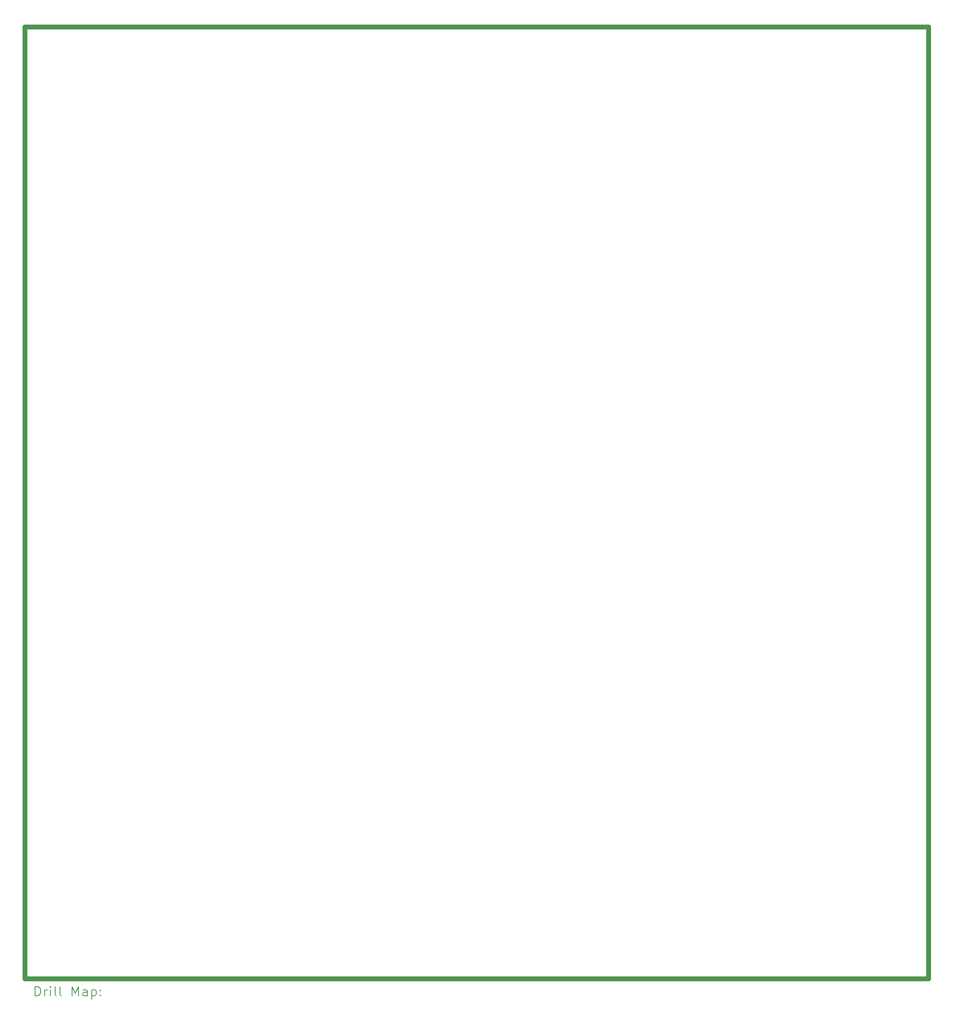
<source format=gbr>
%TF.GenerationSoftware,KiCad,Pcbnew,8.0.4*%
%TF.CreationDate,2024-11-18T14:29:11+01:00*%
%TF.ProjectId,Zolotarev,5a6f6c6f-7461-4726-9576-2e6b69636164,rev?*%
%TF.SameCoordinates,Original*%
%TF.FileFunction,Drillmap*%
%TF.FilePolarity,Positive*%
%FSLAX45Y45*%
G04 Gerber Fmt 4.5, Leading zero omitted, Abs format (unit mm)*
G04 Created by KiCad (PCBNEW 8.0.4) date 2024-11-18 14:29:11*
%MOMM*%
%LPD*%
G01*
G04 APERTURE LIST*
%ADD10C,1.000000*%
%ADD11C,0.200000*%
G04 APERTURE END LIST*
D10*
X1000000Y-2500000D02*
X20000000Y-2500000D01*
X20000000Y-22500000D01*
X1000000Y-22500000D01*
X1000000Y-2500000D01*
D11*
X1210777Y-22861484D02*
X1210777Y-22661484D01*
X1210777Y-22661484D02*
X1258396Y-22661484D01*
X1258396Y-22661484D02*
X1286967Y-22671008D01*
X1286967Y-22671008D02*
X1306015Y-22690055D01*
X1306015Y-22690055D02*
X1315539Y-22709103D01*
X1315539Y-22709103D02*
X1325063Y-22747198D01*
X1325063Y-22747198D02*
X1325063Y-22775769D01*
X1325063Y-22775769D02*
X1315539Y-22813865D01*
X1315539Y-22813865D02*
X1306015Y-22832912D01*
X1306015Y-22832912D02*
X1286967Y-22851960D01*
X1286967Y-22851960D02*
X1258396Y-22861484D01*
X1258396Y-22861484D02*
X1210777Y-22861484D01*
X1410777Y-22861484D02*
X1410777Y-22728150D01*
X1410777Y-22766246D02*
X1420301Y-22747198D01*
X1420301Y-22747198D02*
X1429824Y-22737674D01*
X1429824Y-22737674D02*
X1448872Y-22728150D01*
X1448872Y-22728150D02*
X1467920Y-22728150D01*
X1534586Y-22861484D02*
X1534586Y-22728150D01*
X1534586Y-22661484D02*
X1525062Y-22671008D01*
X1525062Y-22671008D02*
X1534586Y-22680531D01*
X1534586Y-22680531D02*
X1544110Y-22671008D01*
X1544110Y-22671008D02*
X1534586Y-22661484D01*
X1534586Y-22661484D02*
X1534586Y-22680531D01*
X1658396Y-22861484D02*
X1639348Y-22851960D01*
X1639348Y-22851960D02*
X1629824Y-22832912D01*
X1629824Y-22832912D02*
X1629824Y-22661484D01*
X1763158Y-22861484D02*
X1744110Y-22851960D01*
X1744110Y-22851960D02*
X1734586Y-22832912D01*
X1734586Y-22832912D02*
X1734586Y-22661484D01*
X1991729Y-22861484D02*
X1991729Y-22661484D01*
X1991729Y-22661484D02*
X2058396Y-22804341D01*
X2058396Y-22804341D02*
X2125063Y-22661484D01*
X2125063Y-22661484D02*
X2125063Y-22861484D01*
X2306015Y-22861484D02*
X2306015Y-22756722D01*
X2306015Y-22756722D02*
X2296491Y-22737674D01*
X2296491Y-22737674D02*
X2277444Y-22728150D01*
X2277444Y-22728150D02*
X2239348Y-22728150D01*
X2239348Y-22728150D02*
X2220301Y-22737674D01*
X2306015Y-22851960D02*
X2286967Y-22861484D01*
X2286967Y-22861484D02*
X2239348Y-22861484D01*
X2239348Y-22861484D02*
X2220301Y-22851960D01*
X2220301Y-22851960D02*
X2210777Y-22832912D01*
X2210777Y-22832912D02*
X2210777Y-22813865D01*
X2210777Y-22813865D02*
X2220301Y-22794817D01*
X2220301Y-22794817D02*
X2239348Y-22785293D01*
X2239348Y-22785293D02*
X2286967Y-22785293D01*
X2286967Y-22785293D02*
X2306015Y-22775769D01*
X2401253Y-22728150D02*
X2401253Y-22928150D01*
X2401253Y-22737674D02*
X2420301Y-22728150D01*
X2420301Y-22728150D02*
X2458396Y-22728150D01*
X2458396Y-22728150D02*
X2477444Y-22737674D01*
X2477444Y-22737674D02*
X2486967Y-22747198D01*
X2486967Y-22747198D02*
X2496491Y-22766246D01*
X2496491Y-22766246D02*
X2496491Y-22823388D01*
X2496491Y-22823388D02*
X2486967Y-22842436D01*
X2486967Y-22842436D02*
X2477444Y-22851960D01*
X2477444Y-22851960D02*
X2458396Y-22861484D01*
X2458396Y-22861484D02*
X2420301Y-22861484D01*
X2420301Y-22861484D02*
X2401253Y-22851960D01*
X2582205Y-22842436D02*
X2591729Y-22851960D01*
X2591729Y-22851960D02*
X2582205Y-22861484D01*
X2582205Y-22861484D02*
X2572682Y-22851960D01*
X2572682Y-22851960D02*
X2582205Y-22842436D01*
X2582205Y-22842436D02*
X2582205Y-22861484D01*
X2582205Y-22737674D02*
X2591729Y-22747198D01*
X2591729Y-22747198D02*
X2582205Y-22756722D01*
X2582205Y-22756722D02*
X2572682Y-22747198D01*
X2572682Y-22747198D02*
X2582205Y-22737674D01*
X2582205Y-22737674D02*
X2582205Y-22756722D01*
M02*

</source>
